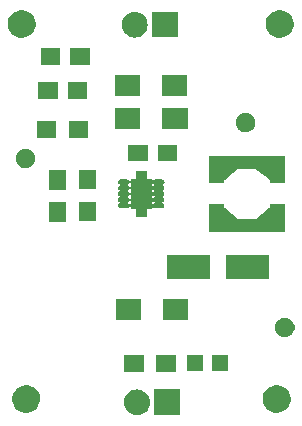
<source format=gts>
G04 #@! TF.FileFunction,Soldermask,Top*
%FSLAX46Y46*%
G04 Gerber Fmt 4.6, Leading zero omitted, Abs format (unit mm)*
G04 Created by KiCad (PCBNEW 4.0.5) date Sunday, February 19, 2017 'PMt' 07:14:27 PM*
%MOMM*%
%LPD*%
G01*
G04 APERTURE LIST*
%ADD10C,0.100000*%
G04 APERTURE END LIST*
D10*
G36*
X162246170Y-135729217D02*
X162246175Y-135729219D01*
X162246217Y-135729223D01*
X162449845Y-135792256D01*
X162637350Y-135893640D01*
X162801593Y-136029514D01*
X162936317Y-136194701D01*
X163036389Y-136382910D01*
X163097999Y-136586972D01*
X163118800Y-136799115D01*
X163118800Y-136809685D01*
X163118694Y-136824934D01*
X163094933Y-137036766D01*
X163030480Y-137239948D01*
X162927789Y-137426742D01*
X162790772Y-137590032D01*
X162624649Y-137723599D01*
X162435745Y-137822355D01*
X162231258Y-137882539D01*
X162231217Y-137882543D01*
X162231213Y-137882544D01*
X162018977Y-137901859D01*
X161807030Y-137879583D01*
X161807025Y-137879581D01*
X161806983Y-137879577D01*
X161603355Y-137816544D01*
X161415850Y-137715160D01*
X161251607Y-137579286D01*
X161116883Y-137414099D01*
X161016811Y-137225890D01*
X160955201Y-137021828D01*
X160934400Y-136809685D01*
X160934400Y-136799115D01*
X160934506Y-136783866D01*
X160958267Y-136572034D01*
X161022720Y-136368852D01*
X161125411Y-136182058D01*
X161262428Y-136018768D01*
X161428551Y-135885201D01*
X161617455Y-135786445D01*
X161821942Y-135726261D01*
X161821983Y-135726257D01*
X161821987Y-135726256D01*
X162034223Y-135706941D01*
X162246170Y-135729217D01*
X162246170Y-135729217D01*
G37*
G36*
X165658800Y-137896600D02*
X163474400Y-137896600D01*
X163474400Y-135712200D01*
X165658800Y-135712200D01*
X165658800Y-137896600D01*
X165658800Y-137896600D01*
G37*
G36*
X152777545Y-135349581D02*
X153003491Y-135395962D01*
X153216140Y-135485351D01*
X153407369Y-135614337D01*
X153569903Y-135778009D01*
X153697549Y-135970133D01*
X153785449Y-136183393D01*
X153830183Y-136409318D01*
X153830183Y-136409329D01*
X153830250Y-136409668D01*
X153826571Y-136673130D01*
X153826495Y-136673464D01*
X153826495Y-136673477D01*
X153775469Y-136898066D01*
X153681651Y-137108785D01*
X153548687Y-137297273D01*
X153381646Y-137456345D01*
X153186890Y-137579941D01*
X152971832Y-137663356D01*
X152744676Y-137703410D01*
X152514059Y-137698579D01*
X152288774Y-137649047D01*
X152077400Y-137556700D01*
X151887993Y-137425059D01*
X151727759Y-137259132D01*
X151602806Y-137065242D01*
X151517890Y-136850769D01*
X151476252Y-136623901D01*
X151479472Y-136393257D01*
X151527431Y-136167630D01*
X151618298Y-135955619D01*
X151748617Y-135765293D01*
X151913420Y-135603906D01*
X152106434Y-135477602D01*
X152320304Y-135391192D01*
X152546880Y-135347971D01*
X152777545Y-135349581D01*
X152777545Y-135349581D01*
G37*
G36*
X173986545Y-135349581D02*
X174212491Y-135395962D01*
X174425140Y-135485351D01*
X174616369Y-135614337D01*
X174778903Y-135778009D01*
X174906549Y-135970133D01*
X174994449Y-136183393D01*
X175039183Y-136409318D01*
X175039183Y-136409329D01*
X175039250Y-136409668D01*
X175035571Y-136673130D01*
X175035495Y-136673464D01*
X175035495Y-136673477D01*
X174984469Y-136898066D01*
X174890651Y-137108785D01*
X174757687Y-137297273D01*
X174590646Y-137456345D01*
X174395890Y-137579941D01*
X174180832Y-137663356D01*
X173953676Y-137703410D01*
X173723059Y-137698579D01*
X173497774Y-137649047D01*
X173286400Y-137556700D01*
X173096993Y-137425059D01*
X172936759Y-137259132D01*
X172811806Y-137065242D01*
X172726890Y-136850769D01*
X172685252Y-136623901D01*
X172688472Y-136393257D01*
X172736431Y-136167630D01*
X172827298Y-135955619D01*
X172957617Y-135765293D01*
X173122420Y-135603906D01*
X173315434Y-135477602D01*
X173529304Y-135391192D01*
X173755880Y-135347971D01*
X173986545Y-135349581D01*
X173986545Y-135349581D01*
G37*
G36*
X165295000Y-134254000D02*
X163642600Y-134254000D01*
X163642600Y-132801600D01*
X165295000Y-132801600D01*
X165295000Y-134254000D01*
X165295000Y-134254000D01*
G37*
G36*
X162595000Y-134254000D02*
X160942600Y-134254000D01*
X160942600Y-132801600D01*
X162595000Y-132801600D01*
X162595000Y-134254000D01*
X162595000Y-134254000D01*
G37*
G36*
X167622220Y-134178040D02*
X166270940Y-134178040D01*
X166270940Y-132826760D01*
X167622220Y-132826760D01*
X167622220Y-134178040D01*
X167622220Y-134178040D01*
G37*
G36*
X169720260Y-134178040D02*
X168368980Y-134178040D01*
X168368980Y-132826760D01*
X169720260Y-132826760D01*
X169720260Y-134178040D01*
X169720260Y-134178040D01*
G37*
G36*
X174635583Y-129628749D02*
X174794293Y-129661328D01*
X174943666Y-129724118D01*
X175077990Y-129814722D01*
X175192159Y-129929690D01*
X175281821Y-130064643D01*
X175343565Y-130214444D01*
X175372754Y-130361860D01*
X175375036Y-130373387D01*
X175372452Y-130558451D01*
X175372374Y-130558794D01*
X175372374Y-130558798D01*
X175336555Y-130716455D01*
X175270655Y-130864469D01*
X175177257Y-130996868D01*
X175059921Y-131108606D01*
X174923117Y-131195425D01*
X174772057Y-131254017D01*
X174612494Y-131282153D01*
X174450501Y-131278759D01*
X174292253Y-131243966D01*
X174143777Y-131179098D01*
X174010733Y-131086630D01*
X173898180Y-130970078D01*
X173810408Y-130833882D01*
X173750760Y-130683229D01*
X173721513Y-130523872D01*
X173723774Y-130361860D01*
X173757462Y-130203372D01*
X173821290Y-130054449D01*
X173912831Y-129920758D01*
X174028593Y-129807395D01*
X174164173Y-129718674D01*
X174314402Y-129657977D01*
X174473555Y-129627618D01*
X174635583Y-129628749D01*
X174635583Y-129628749D01*
G37*
G36*
X166372800Y-129832000D02*
X164220400Y-129832000D01*
X164220400Y-128079600D01*
X166372800Y-128079600D01*
X166372800Y-129832000D01*
X166372800Y-129832000D01*
G37*
G36*
X162372800Y-129832000D02*
X160220400Y-129832000D01*
X160220400Y-128079600D01*
X162372800Y-128079600D01*
X162372800Y-129832000D01*
X162372800Y-129832000D01*
G37*
G36*
X168186100Y-126325630D02*
X164533580Y-126325630D01*
X164533580Y-124372370D01*
X168186100Y-124372370D01*
X168186100Y-126325630D01*
X168186100Y-126325630D01*
G37*
G36*
X173184820Y-126325630D02*
X169532300Y-126325630D01*
X169532300Y-124372370D01*
X173184820Y-124372370D01*
X173184820Y-126325630D01*
X173184820Y-126325630D01*
G37*
G36*
X169440600Y-120316052D02*
X169442611Y-120330205D01*
X169448486Y-120343236D01*
X169459431Y-120355531D01*
X170581146Y-121263879D01*
X170593410Y-121271222D01*
X170613115Y-121275200D01*
X172093685Y-121275200D01*
X172107838Y-121273189D01*
X172125654Y-121263879D01*
X173237369Y-120363629D01*
X173247102Y-120353160D01*
X173253533Y-120340393D01*
X173256200Y-120324150D01*
X173256200Y-120025200D01*
X174574600Y-120025200D01*
X174574600Y-122377600D01*
X168122200Y-122377600D01*
X168122200Y-120025200D01*
X169440600Y-120025200D01*
X169440600Y-120316052D01*
X169440600Y-120316052D01*
G37*
G36*
X156021800Y-121505400D02*
X154569400Y-121505400D01*
X154569400Y-119853000D01*
X156021800Y-119853000D01*
X156021800Y-121505400D01*
X156021800Y-121505400D01*
G37*
G36*
X158561800Y-121480000D02*
X157109400Y-121480000D01*
X157109400Y-119827600D01*
X158561800Y-119827600D01*
X158561800Y-121480000D01*
X158561800Y-121480000D01*
G37*
G36*
X162851895Y-117830000D02*
X162853906Y-117844153D01*
X162859781Y-117857184D01*
X162869053Y-117868064D01*
X162880989Y-117875929D01*
X162894644Y-117880158D01*
X162902695Y-117880800D01*
X163286895Y-117880800D01*
X163286895Y-118033544D01*
X163288906Y-118047697D01*
X163294781Y-118060728D01*
X163304053Y-118071608D01*
X163315989Y-118079473D01*
X163329644Y-118083702D01*
X163343937Y-118083959D01*
X163357735Y-118080224D01*
X163369946Y-118072793D01*
X163382293Y-118057813D01*
X163394032Y-118036102D01*
X163420928Y-118003591D01*
X163453627Y-117976922D01*
X163490883Y-117957113D01*
X163531277Y-117944917D01*
X163573270Y-117940800D01*
X164148155Y-117940800D01*
X164149083Y-117940806D01*
X164149090Y-117940807D01*
X164151139Y-117940821D01*
X164193071Y-117945524D01*
X164233290Y-117958283D01*
X164270266Y-117978610D01*
X164302589Y-118005733D01*
X164329028Y-118038617D01*
X164348577Y-118076010D01*
X164360491Y-118116488D01*
X164360494Y-118116524D01*
X164360497Y-118116533D01*
X164364317Y-118158507D01*
X164359912Y-118200424D01*
X164359908Y-118200438D01*
X164359904Y-118200473D01*
X164347427Y-118240781D01*
X164327358Y-118277898D01*
X164300462Y-118310409D01*
X164267763Y-118337078D01*
X164230507Y-118356887D01*
X164223591Y-118358975D01*
X164211727Y-118364478D01*
X164200949Y-118373868D01*
X164193214Y-118385889D01*
X164189134Y-118399589D01*
X164189032Y-118413883D01*
X164192916Y-118427640D01*
X164200479Y-118439770D01*
X164211122Y-118449313D01*
X164222936Y-118454998D01*
X164233290Y-118458283D01*
X164270266Y-118478610D01*
X164302589Y-118505733D01*
X164329028Y-118538617D01*
X164348577Y-118576010D01*
X164360491Y-118616488D01*
X164360494Y-118616524D01*
X164360497Y-118616533D01*
X164364317Y-118658507D01*
X164359912Y-118700424D01*
X164359908Y-118700438D01*
X164359904Y-118700473D01*
X164347427Y-118740781D01*
X164327358Y-118777898D01*
X164300462Y-118810409D01*
X164267763Y-118837078D01*
X164230507Y-118856887D01*
X164223591Y-118858975D01*
X164211727Y-118864478D01*
X164200949Y-118873868D01*
X164193214Y-118885889D01*
X164189134Y-118899589D01*
X164189032Y-118913883D01*
X164192916Y-118927640D01*
X164200479Y-118939770D01*
X164211122Y-118949313D01*
X164222936Y-118954998D01*
X164233290Y-118958283D01*
X164270266Y-118978610D01*
X164302589Y-119005733D01*
X164329028Y-119038617D01*
X164348577Y-119076010D01*
X164360491Y-119116488D01*
X164360494Y-119116524D01*
X164360497Y-119116533D01*
X164364317Y-119158507D01*
X164359912Y-119200424D01*
X164359908Y-119200438D01*
X164359904Y-119200473D01*
X164347427Y-119240781D01*
X164327358Y-119277898D01*
X164300462Y-119310409D01*
X164267763Y-119337078D01*
X164230507Y-119356887D01*
X164223591Y-119358975D01*
X164211727Y-119364478D01*
X164200949Y-119373868D01*
X164193214Y-119385889D01*
X164189134Y-119399589D01*
X164189032Y-119413883D01*
X164192916Y-119427640D01*
X164200479Y-119439770D01*
X164211122Y-119449313D01*
X164222936Y-119454998D01*
X164233290Y-119458283D01*
X164270266Y-119478610D01*
X164302589Y-119505733D01*
X164329028Y-119538617D01*
X164348577Y-119576010D01*
X164360491Y-119616488D01*
X164360494Y-119616524D01*
X164360497Y-119616533D01*
X164364317Y-119658507D01*
X164359912Y-119700424D01*
X164359908Y-119700438D01*
X164359904Y-119700473D01*
X164347427Y-119740781D01*
X164327358Y-119777898D01*
X164300462Y-119810409D01*
X164267763Y-119837078D01*
X164230507Y-119856887D01*
X164223591Y-119858975D01*
X164211727Y-119864478D01*
X164200949Y-119873868D01*
X164193214Y-119885889D01*
X164189134Y-119899589D01*
X164189032Y-119913883D01*
X164192916Y-119927640D01*
X164200479Y-119939770D01*
X164211122Y-119949313D01*
X164222936Y-119954998D01*
X164233290Y-119958283D01*
X164270266Y-119978610D01*
X164302589Y-120005733D01*
X164329028Y-120038617D01*
X164348577Y-120076010D01*
X164360491Y-120116488D01*
X164360494Y-120116524D01*
X164360497Y-120116533D01*
X164364317Y-120158507D01*
X164359912Y-120200424D01*
X164359908Y-120200438D01*
X164359904Y-120200473D01*
X164347427Y-120240781D01*
X164327358Y-120277898D01*
X164300462Y-120310409D01*
X164267763Y-120337078D01*
X164230507Y-120356887D01*
X164190113Y-120369083D01*
X164148120Y-120373200D01*
X163573235Y-120373200D01*
X163572307Y-120373194D01*
X163572300Y-120373193D01*
X163570251Y-120373179D01*
X163528319Y-120368476D01*
X163488100Y-120355717D01*
X163451124Y-120335390D01*
X163418801Y-120308267D01*
X163392362Y-120275383D01*
X163382613Y-120256736D01*
X163374375Y-120245266D01*
X163363131Y-120236439D01*
X163349873Y-120231093D01*
X163335651Y-120229653D01*
X163321591Y-120232232D01*
X163308806Y-120238626D01*
X163298309Y-120248329D01*
X163290930Y-120260572D01*
X163286895Y-120280412D01*
X163286895Y-120433200D01*
X162902695Y-120433200D01*
X162888542Y-120435211D01*
X162875511Y-120441086D01*
X162864631Y-120450358D01*
X162856766Y-120462294D01*
X162852537Y-120475949D01*
X162851895Y-120484000D01*
X162851895Y-121133200D01*
X161919495Y-121133200D01*
X161919495Y-120484000D01*
X161917484Y-120469847D01*
X161911609Y-120456816D01*
X161902337Y-120445936D01*
X161890401Y-120438071D01*
X161876746Y-120433842D01*
X161868695Y-120433200D01*
X161484495Y-120433200D01*
X161484495Y-120280456D01*
X161482484Y-120266303D01*
X161476609Y-120253272D01*
X161467337Y-120242392D01*
X161455401Y-120234527D01*
X161441746Y-120230298D01*
X161427453Y-120230041D01*
X161413655Y-120233776D01*
X161401444Y-120241207D01*
X161389097Y-120256187D01*
X161377358Y-120277898D01*
X161350462Y-120310409D01*
X161317763Y-120337078D01*
X161280507Y-120356887D01*
X161240113Y-120369083D01*
X161198120Y-120373200D01*
X160623235Y-120373200D01*
X160622307Y-120373194D01*
X160622300Y-120373193D01*
X160620251Y-120373179D01*
X160578319Y-120368476D01*
X160538100Y-120355717D01*
X160501124Y-120335390D01*
X160468801Y-120308267D01*
X160442362Y-120275383D01*
X160422813Y-120237990D01*
X160410899Y-120197512D01*
X160410896Y-120197476D01*
X160410893Y-120197467D01*
X160407073Y-120155493D01*
X160411478Y-120113576D01*
X160411482Y-120113562D01*
X160411486Y-120113527D01*
X160423963Y-120073219D01*
X160444032Y-120036102D01*
X160470928Y-120003591D01*
X160503627Y-119976922D01*
X160540883Y-119957113D01*
X160547799Y-119955025D01*
X160559663Y-119949522D01*
X160570441Y-119940132D01*
X160578176Y-119928111D01*
X160582256Y-119914411D01*
X160582259Y-119913883D01*
X161239032Y-119913883D01*
X161242916Y-119927640D01*
X161250479Y-119939770D01*
X161261122Y-119949313D01*
X161272936Y-119954998D01*
X161283290Y-119958283D01*
X161320266Y-119978610D01*
X161352589Y-120005733D01*
X161379028Y-120038617D01*
X161388777Y-120057264D01*
X161397015Y-120068734D01*
X161408259Y-120077561D01*
X161421517Y-120082907D01*
X161435739Y-120084347D01*
X161449799Y-120081768D01*
X161462584Y-120075374D01*
X161473081Y-120065671D01*
X161480460Y-120053428D01*
X161484495Y-120033588D01*
X161484495Y-119780456D01*
X161484489Y-119780412D01*
X163286895Y-119780412D01*
X163286895Y-120033544D01*
X163288906Y-120047697D01*
X163294781Y-120060728D01*
X163304053Y-120071608D01*
X163315989Y-120079473D01*
X163329644Y-120083702D01*
X163343937Y-120083959D01*
X163357735Y-120080224D01*
X163369946Y-120072793D01*
X163382293Y-120057813D01*
X163394032Y-120036102D01*
X163420928Y-120003591D01*
X163453627Y-119976922D01*
X163490883Y-119957113D01*
X163497799Y-119955025D01*
X163509663Y-119949522D01*
X163520441Y-119940132D01*
X163528176Y-119928111D01*
X163532256Y-119914411D01*
X163532358Y-119900117D01*
X163528474Y-119886360D01*
X163520911Y-119874230D01*
X163510268Y-119864687D01*
X163498454Y-119859002D01*
X163488100Y-119855717D01*
X163451124Y-119835390D01*
X163418801Y-119808267D01*
X163392362Y-119775383D01*
X163382613Y-119756736D01*
X163374375Y-119745266D01*
X163363131Y-119736439D01*
X163349873Y-119731093D01*
X163335651Y-119729653D01*
X163321591Y-119732232D01*
X163308806Y-119738626D01*
X163298309Y-119748329D01*
X163290930Y-119760572D01*
X163286895Y-119780412D01*
X161484489Y-119780412D01*
X161482484Y-119766303D01*
X161476609Y-119753272D01*
X161467337Y-119742392D01*
X161455401Y-119734527D01*
X161441746Y-119730298D01*
X161427453Y-119730041D01*
X161413655Y-119733776D01*
X161401444Y-119741207D01*
X161389097Y-119756187D01*
X161377358Y-119777898D01*
X161350462Y-119810409D01*
X161317763Y-119837078D01*
X161280507Y-119856887D01*
X161273591Y-119858975D01*
X161261727Y-119864478D01*
X161250949Y-119873868D01*
X161243214Y-119885889D01*
X161239134Y-119899589D01*
X161239032Y-119913883D01*
X160582259Y-119913883D01*
X160582358Y-119900117D01*
X160578474Y-119886360D01*
X160570911Y-119874230D01*
X160560268Y-119864687D01*
X160548454Y-119859002D01*
X160538100Y-119855717D01*
X160501124Y-119835390D01*
X160468801Y-119808267D01*
X160442362Y-119775383D01*
X160422813Y-119737990D01*
X160410899Y-119697512D01*
X160410896Y-119697476D01*
X160410893Y-119697467D01*
X160407073Y-119655493D01*
X160411478Y-119613576D01*
X160411482Y-119613562D01*
X160411486Y-119613527D01*
X160423963Y-119573219D01*
X160444032Y-119536102D01*
X160470928Y-119503591D01*
X160503627Y-119476922D01*
X160540883Y-119457113D01*
X160547799Y-119455025D01*
X160559663Y-119449522D01*
X160570441Y-119440132D01*
X160578176Y-119428111D01*
X160582256Y-119414411D01*
X160582259Y-119413883D01*
X161239032Y-119413883D01*
X161242916Y-119427640D01*
X161250479Y-119439770D01*
X161261122Y-119449313D01*
X161272936Y-119454998D01*
X161283290Y-119458283D01*
X161320266Y-119478610D01*
X161352589Y-119505733D01*
X161379028Y-119538617D01*
X161388777Y-119557264D01*
X161397015Y-119568734D01*
X161408259Y-119577561D01*
X161421517Y-119582907D01*
X161435739Y-119584347D01*
X161449799Y-119581768D01*
X161462584Y-119575374D01*
X161473081Y-119565671D01*
X161480460Y-119553428D01*
X161484495Y-119533588D01*
X161484495Y-119280456D01*
X161484489Y-119280412D01*
X163286895Y-119280412D01*
X163286895Y-119533544D01*
X163288906Y-119547697D01*
X163294781Y-119560728D01*
X163304053Y-119571608D01*
X163315989Y-119579473D01*
X163329644Y-119583702D01*
X163343937Y-119583959D01*
X163357735Y-119580224D01*
X163369946Y-119572793D01*
X163382293Y-119557813D01*
X163394032Y-119536102D01*
X163420928Y-119503591D01*
X163453627Y-119476922D01*
X163490883Y-119457113D01*
X163497799Y-119455025D01*
X163509663Y-119449522D01*
X163520441Y-119440132D01*
X163528176Y-119428111D01*
X163532256Y-119414411D01*
X163532358Y-119400117D01*
X163528474Y-119386360D01*
X163520911Y-119374230D01*
X163510268Y-119364687D01*
X163498454Y-119359002D01*
X163488100Y-119355717D01*
X163451124Y-119335390D01*
X163418801Y-119308267D01*
X163392362Y-119275383D01*
X163382613Y-119256736D01*
X163374375Y-119245266D01*
X163363131Y-119236439D01*
X163349873Y-119231093D01*
X163335651Y-119229653D01*
X163321591Y-119232232D01*
X163308806Y-119238626D01*
X163298309Y-119248329D01*
X163290930Y-119260572D01*
X163286895Y-119280412D01*
X161484489Y-119280412D01*
X161482484Y-119266303D01*
X161476609Y-119253272D01*
X161467337Y-119242392D01*
X161455401Y-119234527D01*
X161441746Y-119230298D01*
X161427453Y-119230041D01*
X161413655Y-119233776D01*
X161401444Y-119241207D01*
X161389097Y-119256187D01*
X161377358Y-119277898D01*
X161350462Y-119310409D01*
X161317763Y-119337078D01*
X161280507Y-119356887D01*
X161273591Y-119358975D01*
X161261727Y-119364478D01*
X161250949Y-119373868D01*
X161243214Y-119385889D01*
X161239134Y-119399589D01*
X161239032Y-119413883D01*
X160582259Y-119413883D01*
X160582358Y-119400117D01*
X160578474Y-119386360D01*
X160570911Y-119374230D01*
X160560268Y-119364687D01*
X160548454Y-119359002D01*
X160538100Y-119355717D01*
X160501124Y-119335390D01*
X160468801Y-119308267D01*
X160442362Y-119275383D01*
X160422813Y-119237990D01*
X160410899Y-119197512D01*
X160410896Y-119197476D01*
X160410893Y-119197467D01*
X160407073Y-119155493D01*
X160411478Y-119113576D01*
X160411482Y-119113562D01*
X160411486Y-119113527D01*
X160423963Y-119073219D01*
X160444032Y-119036102D01*
X160470928Y-119003591D01*
X160503627Y-118976922D01*
X160540883Y-118957113D01*
X160547799Y-118955025D01*
X160559663Y-118949522D01*
X160570441Y-118940132D01*
X160578176Y-118928111D01*
X160582256Y-118914411D01*
X160582259Y-118913883D01*
X161239032Y-118913883D01*
X161242916Y-118927640D01*
X161250479Y-118939770D01*
X161261122Y-118949313D01*
X161272936Y-118954998D01*
X161283290Y-118958283D01*
X161320266Y-118978610D01*
X161352589Y-119005733D01*
X161379028Y-119038617D01*
X161388777Y-119057264D01*
X161397015Y-119068734D01*
X161408259Y-119077561D01*
X161421517Y-119082907D01*
X161435739Y-119084347D01*
X161449799Y-119081768D01*
X161462584Y-119075374D01*
X161473081Y-119065671D01*
X161480460Y-119053428D01*
X161484495Y-119033588D01*
X161484495Y-118780456D01*
X161484489Y-118780412D01*
X163286895Y-118780412D01*
X163286895Y-119033544D01*
X163288906Y-119047697D01*
X163294781Y-119060728D01*
X163304053Y-119071608D01*
X163315989Y-119079473D01*
X163329644Y-119083702D01*
X163343937Y-119083959D01*
X163357735Y-119080224D01*
X163369946Y-119072793D01*
X163382293Y-119057813D01*
X163394032Y-119036102D01*
X163420928Y-119003591D01*
X163453627Y-118976922D01*
X163490883Y-118957113D01*
X163497799Y-118955025D01*
X163509663Y-118949522D01*
X163520441Y-118940132D01*
X163528176Y-118928111D01*
X163532256Y-118914411D01*
X163532358Y-118900117D01*
X163528474Y-118886360D01*
X163520911Y-118874230D01*
X163510268Y-118864687D01*
X163498454Y-118859002D01*
X163488100Y-118855717D01*
X163451124Y-118835390D01*
X163418801Y-118808267D01*
X163392362Y-118775383D01*
X163382613Y-118756736D01*
X163374375Y-118745266D01*
X163363131Y-118736439D01*
X163349873Y-118731093D01*
X163335651Y-118729653D01*
X163321591Y-118732232D01*
X163308806Y-118738626D01*
X163298309Y-118748329D01*
X163290930Y-118760572D01*
X163286895Y-118780412D01*
X161484489Y-118780412D01*
X161482484Y-118766303D01*
X161476609Y-118753272D01*
X161467337Y-118742392D01*
X161455401Y-118734527D01*
X161441746Y-118730298D01*
X161427453Y-118730041D01*
X161413655Y-118733776D01*
X161401444Y-118741207D01*
X161389097Y-118756187D01*
X161377358Y-118777898D01*
X161350462Y-118810409D01*
X161317763Y-118837078D01*
X161280507Y-118856887D01*
X161273591Y-118858975D01*
X161261727Y-118864478D01*
X161250949Y-118873868D01*
X161243214Y-118885889D01*
X161239134Y-118899589D01*
X161239032Y-118913883D01*
X160582259Y-118913883D01*
X160582358Y-118900117D01*
X160578474Y-118886360D01*
X160570911Y-118874230D01*
X160560268Y-118864687D01*
X160548454Y-118859002D01*
X160538100Y-118855717D01*
X160501124Y-118835390D01*
X160468801Y-118808267D01*
X160442362Y-118775383D01*
X160422813Y-118737990D01*
X160410899Y-118697512D01*
X160410896Y-118697476D01*
X160410893Y-118697467D01*
X160407073Y-118655493D01*
X160411478Y-118613576D01*
X160411482Y-118613562D01*
X160411486Y-118613527D01*
X160423963Y-118573219D01*
X160444032Y-118536102D01*
X160470928Y-118503591D01*
X160503627Y-118476922D01*
X160540883Y-118457113D01*
X160547799Y-118455025D01*
X160559663Y-118449522D01*
X160570441Y-118440132D01*
X160578176Y-118428111D01*
X160582256Y-118414411D01*
X160582259Y-118413883D01*
X161239032Y-118413883D01*
X161242916Y-118427640D01*
X161250479Y-118439770D01*
X161261122Y-118449313D01*
X161272936Y-118454998D01*
X161283290Y-118458283D01*
X161320266Y-118478610D01*
X161352589Y-118505733D01*
X161379028Y-118538617D01*
X161388777Y-118557264D01*
X161397015Y-118568734D01*
X161408259Y-118577561D01*
X161421517Y-118582907D01*
X161435739Y-118584347D01*
X161449799Y-118581768D01*
X161462584Y-118575374D01*
X161473081Y-118565671D01*
X161480460Y-118553428D01*
X161484495Y-118533588D01*
X161484495Y-118280456D01*
X161484489Y-118280412D01*
X163286895Y-118280412D01*
X163286895Y-118533544D01*
X163288906Y-118547697D01*
X163294781Y-118560728D01*
X163304053Y-118571608D01*
X163315989Y-118579473D01*
X163329644Y-118583702D01*
X163343937Y-118583959D01*
X163357735Y-118580224D01*
X163369946Y-118572793D01*
X163382293Y-118557813D01*
X163394032Y-118536102D01*
X163420928Y-118503591D01*
X163453627Y-118476922D01*
X163490883Y-118457113D01*
X163497799Y-118455025D01*
X163509663Y-118449522D01*
X163520441Y-118440132D01*
X163528176Y-118428111D01*
X163532256Y-118414411D01*
X163532358Y-118400117D01*
X163528474Y-118386360D01*
X163520911Y-118374230D01*
X163510268Y-118364687D01*
X163498454Y-118359002D01*
X163488100Y-118355717D01*
X163451124Y-118335390D01*
X163418801Y-118308267D01*
X163392362Y-118275383D01*
X163382613Y-118256736D01*
X163374375Y-118245266D01*
X163363131Y-118236439D01*
X163349873Y-118231093D01*
X163335651Y-118229653D01*
X163321591Y-118232232D01*
X163308806Y-118238626D01*
X163298309Y-118248329D01*
X163290930Y-118260572D01*
X163286895Y-118280412D01*
X161484489Y-118280412D01*
X161482484Y-118266303D01*
X161476609Y-118253272D01*
X161467337Y-118242392D01*
X161455401Y-118234527D01*
X161441746Y-118230298D01*
X161427453Y-118230041D01*
X161413655Y-118233776D01*
X161401444Y-118241207D01*
X161389097Y-118256187D01*
X161377358Y-118277898D01*
X161350462Y-118310409D01*
X161317763Y-118337078D01*
X161280507Y-118356887D01*
X161273591Y-118358975D01*
X161261727Y-118364478D01*
X161250949Y-118373868D01*
X161243214Y-118385889D01*
X161239134Y-118399589D01*
X161239032Y-118413883D01*
X160582259Y-118413883D01*
X160582358Y-118400117D01*
X160578474Y-118386360D01*
X160570911Y-118374230D01*
X160560268Y-118364687D01*
X160548454Y-118359002D01*
X160538100Y-118355717D01*
X160501124Y-118335390D01*
X160468801Y-118308267D01*
X160442362Y-118275383D01*
X160422813Y-118237990D01*
X160410899Y-118197512D01*
X160410896Y-118197476D01*
X160410893Y-118197467D01*
X160407073Y-118155493D01*
X160411478Y-118113576D01*
X160411482Y-118113562D01*
X160411486Y-118113527D01*
X160423963Y-118073219D01*
X160444032Y-118036102D01*
X160470928Y-118003591D01*
X160503627Y-117976922D01*
X160540883Y-117957113D01*
X160581277Y-117944917D01*
X160623270Y-117940800D01*
X161198155Y-117940800D01*
X161199083Y-117940806D01*
X161199090Y-117940807D01*
X161201139Y-117940821D01*
X161243071Y-117945524D01*
X161283290Y-117958283D01*
X161320266Y-117978610D01*
X161352589Y-118005733D01*
X161379028Y-118038617D01*
X161388777Y-118057264D01*
X161397015Y-118068734D01*
X161408259Y-118077561D01*
X161421517Y-118082907D01*
X161435739Y-118084347D01*
X161449799Y-118081768D01*
X161462584Y-118075374D01*
X161473081Y-118065671D01*
X161480460Y-118053428D01*
X161484495Y-118033588D01*
X161484495Y-117880800D01*
X161868695Y-117880800D01*
X161882848Y-117878789D01*
X161895879Y-117872914D01*
X161906759Y-117863642D01*
X161914624Y-117851706D01*
X161918853Y-117838051D01*
X161919495Y-117830000D01*
X161919495Y-117180800D01*
X162851895Y-117180800D01*
X162851895Y-117830000D01*
X162851895Y-117830000D01*
G37*
G36*
X156021800Y-118805400D02*
X154569400Y-118805400D01*
X154569400Y-117153000D01*
X156021800Y-117153000D01*
X156021800Y-118805400D01*
X156021800Y-118805400D01*
G37*
G36*
X158561800Y-118780000D02*
X157109400Y-118780000D01*
X157109400Y-117127600D01*
X158561800Y-117127600D01*
X158561800Y-118780000D01*
X158561800Y-118780000D01*
G37*
G36*
X174574600Y-118277600D02*
X173256200Y-118277600D01*
X173256200Y-117978650D01*
X173254189Y-117964497D01*
X173248314Y-117951466D01*
X173237369Y-117939171D01*
X172300860Y-117180800D01*
X172125652Y-117038920D01*
X172113390Y-117031578D01*
X172093685Y-117027600D01*
X170610766Y-117027600D01*
X170596613Y-117029611D01*
X170578800Y-117038919D01*
X169836814Y-117639767D01*
X169459430Y-117945367D01*
X169449698Y-117955837D01*
X169443267Y-117968603D01*
X169440600Y-117984846D01*
X169440600Y-118277600D01*
X168122200Y-118277600D01*
X168122200Y-115925200D01*
X174574600Y-115925200D01*
X174574600Y-118277600D01*
X174574600Y-118277600D01*
G37*
G36*
X152664583Y-115328549D02*
X152823293Y-115361128D01*
X152972666Y-115423918D01*
X153106990Y-115514522D01*
X153221159Y-115629490D01*
X153310821Y-115764443D01*
X153372565Y-115914244D01*
X153401754Y-116061660D01*
X153404036Y-116073187D01*
X153401452Y-116258251D01*
X153401374Y-116258594D01*
X153401374Y-116258598D01*
X153365555Y-116416255D01*
X153299655Y-116564269D01*
X153206257Y-116696668D01*
X153088921Y-116808406D01*
X152952117Y-116895225D01*
X152801057Y-116953817D01*
X152641494Y-116981953D01*
X152479501Y-116978559D01*
X152321253Y-116943766D01*
X152172777Y-116878898D01*
X152039733Y-116786430D01*
X151927180Y-116669878D01*
X151839408Y-116533682D01*
X151779760Y-116383029D01*
X151750513Y-116223672D01*
X151752774Y-116061660D01*
X151786462Y-115903172D01*
X151850290Y-115754249D01*
X151941831Y-115620558D01*
X152057593Y-115507195D01*
X152193173Y-115418474D01*
X152343402Y-115357777D01*
X152502555Y-115327418D01*
X152664583Y-115328549D01*
X152664583Y-115328549D01*
G37*
G36*
X165423600Y-116398200D02*
X163771200Y-116398200D01*
X163771200Y-114995800D01*
X165423600Y-114995800D01*
X165423600Y-116398200D01*
X165423600Y-116398200D01*
G37*
G36*
X162923600Y-116398200D02*
X161271200Y-116398200D01*
X161271200Y-114995800D01*
X162923600Y-114995800D01*
X162923600Y-116398200D01*
X162923600Y-116398200D01*
G37*
G36*
X155203600Y-114416600D02*
X153551200Y-114416600D01*
X153551200Y-112964200D01*
X155203600Y-112964200D01*
X155203600Y-114416600D01*
X155203600Y-114416600D01*
G37*
G36*
X157903600Y-114416600D02*
X156251200Y-114416600D01*
X156251200Y-112964200D01*
X157903600Y-112964200D01*
X157903600Y-114416600D01*
X157903600Y-114416600D01*
G37*
G36*
X171308183Y-112305949D02*
X171466893Y-112338528D01*
X171616266Y-112401318D01*
X171750590Y-112491922D01*
X171864759Y-112606890D01*
X171954421Y-112741843D01*
X172016165Y-112891644D01*
X172045354Y-113039060D01*
X172047636Y-113050587D01*
X172045052Y-113235651D01*
X172044974Y-113235994D01*
X172044974Y-113235998D01*
X172009155Y-113393655D01*
X171943255Y-113541669D01*
X171849857Y-113674068D01*
X171732521Y-113785806D01*
X171595717Y-113872625D01*
X171444657Y-113931217D01*
X171285094Y-113959353D01*
X171123101Y-113955959D01*
X170964853Y-113921166D01*
X170816377Y-113856298D01*
X170683333Y-113763830D01*
X170570780Y-113647278D01*
X170483008Y-113511082D01*
X170423360Y-113360429D01*
X170394113Y-113201072D01*
X170396374Y-113039060D01*
X170430062Y-112880572D01*
X170493890Y-112731649D01*
X170585431Y-112597958D01*
X170701193Y-112484595D01*
X170836773Y-112395874D01*
X170987002Y-112335177D01*
X171146155Y-112304818D01*
X171308183Y-112305949D01*
X171308183Y-112305949D01*
G37*
G36*
X166322000Y-113677600D02*
X164169600Y-113677600D01*
X164169600Y-111925200D01*
X166322000Y-111925200D01*
X166322000Y-113677600D01*
X166322000Y-113677600D01*
G37*
G36*
X162322000Y-113677600D02*
X160169600Y-113677600D01*
X160169600Y-111925200D01*
X162322000Y-111925200D01*
X162322000Y-113677600D01*
X162322000Y-113677600D01*
G37*
G36*
X155329000Y-111089600D02*
X153676600Y-111089600D01*
X153676600Y-109687200D01*
X155329000Y-109687200D01*
X155329000Y-111089600D01*
X155329000Y-111089600D01*
G37*
G36*
X157829000Y-111089600D02*
X156176600Y-111089600D01*
X156176600Y-109687200D01*
X157829000Y-109687200D01*
X157829000Y-111089600D01*
X157829000Y-111089600D01*
G37*
G36*
X162296600Y-110858200D02*
X160144200Y-110858200D01*
X160144200Y-109105800D01*
X162296600Y-109105800D01*
X162296600Y-110858200D01*
X162296600Y-110858200D01*
G37*
G36*
X166296600Y-110858200D02*
X164144200Y-110858200D01*
X164144200Y-109105800D01*
X166296600Y-109105800D01*
X166296600Y-110858200D01*
X166296600Y-110858200D01*
G37*
G36*
X158032200Y-108244800D02*
X156379800Y-108244800D01*
X156379800Y-106842400D01*
X158032200Y-106842400D01*
X158032200Y-108244800D01*
X158032200Y-108244800D01*
G37*
G36*
X155532200Y-108244800D02*
X153879800Y-108244800D01*
X153879800Y-106842400D01*
X155532200Y-106842400D01*
X155532200Y-108244800D01*
X155532200Y-108244800D01*
G37*
G36*
X152396545Y-103599581D02*
X152622491Y-103645962D01*
X152835140Y-103735351D01*
X153026369Y-103864337D01*
X153188903Y-104028009D01*
X153316549Y-104220133D01*
X153404449Y-104433393D01*
X153449183Y-104659318D01*
X153449183Y-104659329D01*
X153449250Y-104659668D01*
X153445571Y-104923130D01*
X153445495Y-104923464D01*
X153445495Y-104923477D01*
X153394469Y-105148066D01*
X153300651Y-105358785D01*
X153167687Y-105547273D01*
X153000646Y-105706345D01*
X152805890Y-105829941D01*
X152590832Y-105913356D01*
X152363676Y-105953410D01*
X152133059Y-105948579D01*
X151907774Y-105899047D01*
X151696400Y-105806700D01*
X151506993Y-105675059D01*
X151346759Y-105509132D01*
X151221806Y-105315242D01*
X151136890Y-105100769D01*
X151095252Y-104873901D01*
X151098472Y-104643257D01*
X151146431Y-104417630D01*
X151237298Y-104205619D01*
X151367617Y-104015293D01*
X151532420Y-103853906D01*
X151725434Y-103727602D01*
X151939304Y-103641192D01*
X152165880Y-103597971D01*
X152396545Y-103599581D01*
X152396545Y-103599581D01*
G37*
G36*
X174240545Y-103599581D02*
X174466491Y-103645962D01*
X174679140Y-103735351D01*
X174870369Y-103864337D01*
X175032903Y-104028009D01*
X175160549Y-104220133D01*
X175248449Y-104433393D01*
X175293183Y-104659318D01*
X175293183Y-104659329D01*
X175293250Y-104659668D01*
X175289571Y-104923130D01*
X175289495Y-104923464D01*
X175289495Y-104923477D01*
X175238469Y-105148066D01*
X175144651Y-105358785D01*
X175011687Y-105547273D01*
X174844646Y-105706345D01*
X174649890Y-105829941D01*
X174434832Y-105913356D01*
X174207676Y-105953410D01*
X173977059Y-105948579D01*
X173751774Y-105899047D01*
X173540400Y-105806700D01*
X173350993Y-105675059D01*
X173190759Y-105509132D01*
X173065806Y-105315242D01*
X172980890Y-105100769D01*
X172939252Y-104873901D01*
X172942472Y-104643257D01*
X172990431Y-104417630D01*
X173081298Y-104205619D01*
X173211617Y-104015293D01*
X173376420Y-103853906D01*
X173569434Y-103727602D01*
X173783304Y-103641192D01*
X174009880Y-103597971D01*
X174240545Y-103599581D01*
X174240545Y-103599581D01*
G37*
G36*
X162068370Y-103750617D02*
X162068375Y-103750619D01*
X162068417Y-103750623D01*
X162272045Y-103813656D01*
X162459550Y-103915040D01*
X162623793Y-104050914D01*
X162758517Y-104216101D01*
X162858589Y-104404310D01*
X162920199Y-104608372D01*
X162941000Y-104820515D01*
X162941000Y-104831085D01*
X162940894Y-104846334D01*
X162917133Y-105058166D01*
X162852680Y-105261348D01*
X162749989Y-105448142D01*
X162612972Y-105611432D01*
X162446849Y-105744999D01*
X162257945Y-105843755D01*
X162053458Y-105903939D01*
X162053417Y-105903943D01*
X162053413Y-105903944D01*
X161841177Y-105923259D01*
X161629230Y-105900983D01*
X161629225Y-105900981D01*
X161629183Y-105900977D01*
X161425555Y-105837944D01*
X161238050Y-105736560D01*
X161073807Y-105600686D01*
X160939083Y-105435499D01*
X160839011Y-105247290D01*
X160777401Y-105043228D01*
X160756600Y-104831085D01*
X160756600Y-104820515D01*
X160756706Y-104805266D01*
X160780467Y-104593434D01*
X160844920Y-104390252D01*
X160947611Y-104203458D01*
X161084628Y-104040168D01*
X161250751Y-103906601D01*
X161439655Y-103807845D01*
X161644142Y-103747661D01*
X161644183Y-103747657D01*
X161644187Y-103747656D01*
X161856423Y-103728341D01*
X162068370Y-103750617D01*
X162068370Y-103750617D01*
G37*
G36*
X165481000Y-105918000D02*
X163296600Y-105918000D01*
X163296600Y-103733600D01*
X165481000Y-103733600D01*
X165481000Y-105918000D01*
X165481000Y-105918000D01*
G37*
M02*

</source>
